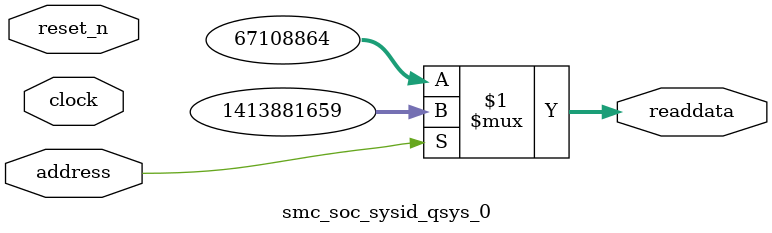
<source format=v>

`timescale 1ns / 1ps
// synthesis translate_on

// turn off superfluous verilog processor warnings 
// altera message_level Level1 
// altera message_off 10034 10035 10036 10037 10230 10240 10030 

module smc_soc_sysid_qsys_0 (
               // inputs:
                address,
                clock,
                reset_n,

               // outputs:
                readdata
             )
;

  output  [ 31: 0] readdata;
  input            address;
  input            clock;
  input            reset_n;

  wire    [ 31: 0] readdata;
  //control_slave, which is an e_avalon_slave
  assign readdata = address ? 1413881659 : 67108864;

endmodule




</source>
